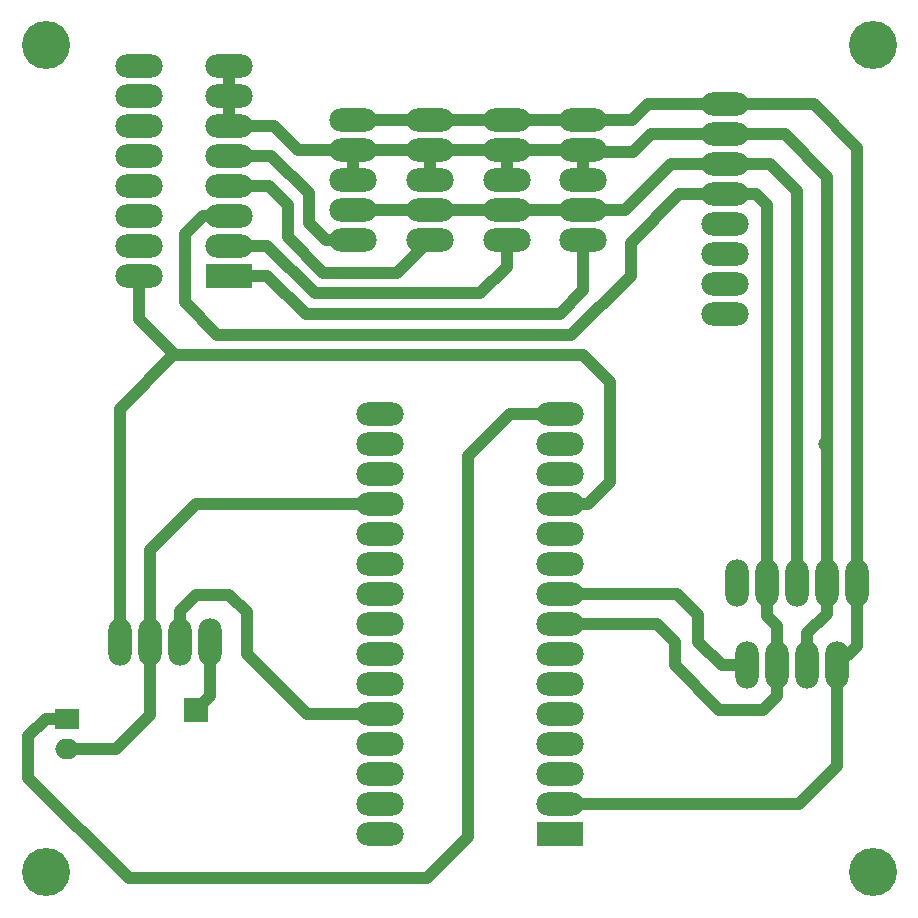
<source format=gbr>
G04 #@! TF.FileFunction,Copper,L2,Bot,Signal*
%FSLAX46Y46*%
G04 Gerber Fmt 4.6, Leading zero omitted, Abs format (unit mm)*
G04 Created by KiCad (PCBNEW 4.0.6-e0-6349~53~ubuntu14.04.1) date Wed May 10 06:37:38 2017*
%MOMM*%
%LPD*%
G01*
G04 APERTURE LIST*
%ADD10C,0.100000*%
%ADD11R,2.000000X2.000000*%
%ADD12R,2.000000X1.700000*%
%ADD13O,2.000000X1.700000*%
%ADD14O,2.000000X4.000000*%
%ADD15O,4.000000X2.000000*%
%ADD16R,4.000000X2.000000*%
%ADD17C,4.064000*%
%ADD18C,1.200000*%
%ADD19C,1.000000*%
%ADD20C,0.750000*%
G04 APERTURE END LIST*
D10*
D11*
X139250000Y-108750000D03*
D12*
X128250000Y-109500000D03*
D13*
X128250000Y-112040000D03*
D14*
X185000000Y-98000000D03*
X187540000Y-98000000D03*
X190080000Y-98000000D03*
X192620000Y-98000000D03*
X195160000Y-98000000D03*
D15*
X184000000Y-57500000D03*
X184000000Y-60040000D03*
X184000000Y-62580000D03*
X184000000Y-65120000D03*
X184000000Y-67660000D03*
X184000000Y-70200000D03*
X184000000Y-72740000D03*
X184000000Y-75280000D03*
X152500000Y-69000000D03*
X152500000Y-66460000D03*
X152500000Y-63920000D03*
X152500000Y-61380000D03*
X152500000Y-58840000D03*
X159000000Y-69000000D03*
X159000000Y-66460000D03*
X159000000Y-63920000D03*
X159000000Y-61380000D03*
X159000000Y-58840000D03*
X165500000Y-69000000D03*
X165500000Y-66460000D03*
X165500000Y-63920000D03*
X165500000Y-61380000D03*
X165500000Y-58840000D03*
X172000000Y-69000000D03*
X172000000Y-66460000D03*
X172000000Y-63920000D03*
X172000000Y-61380000D03*
X172000000Y-58840000D03*
D14*
X193500000Y-105000000D03*
X190960000Y-105000000D03*
X188420000Y-105000000D03*
X185880000Y-105000000D03*
X132750000Y-103000000D03*
X135290000Y-103000000D03*
X137830000Y-103000000D03*
X140370000Y-103000000D03*
D16*
X170000000Y-119250000D03*
D15*
X170000000Y-116710000D03*
X170000000Y-114170000D03*
X170000000Y-111630000D03*
X170000000Y-109090000D03*
X170000000Y-106550000D03*
X170000000Y-104010000D03*
X170000000Y-101470000D03*
X170000000Y-98930000D03*
X170000000Y-96390000D03*
X170000000Y-93850000D03*
X170000000Y-91310000D03*
X170000000Y-88770000D03*
X170000000Y-86230000D03*
X170000000Y-83690000D03*
X154760000Y-83690000D03*
X154760000Y-86230000D03*
X154760000Y-88770000D03*
X154760000Y-91310000D03*
X154760000Y-93850000D03*
X154760000Y-96390000D03*
X154760000Y-98930000D03*
X154760000Y-101470000D03*
X154760000Y-104010000D03*
X154760000Y-106550000D03*
X154760000Y-109090000D03*
X154760000Y-111630000D03*
X154760000Y-114170000D03*
X154760000Y-116710000D03*
X154760000Y-119250000D03*
D16*
X142000000Y-72000000D03*
D15*
X134380000Y-54220000D03*
X142000000Y-69460000D03*
X134380000Y-56760000D03*
X142000000Y-66920000D03*
X134380000Y-59300000D03*
X142000000Y-64380000D03*
X134380000Y-61840000D03*
X142000000Y-61840000D03*
X134380000Y-64380000D03*
X142000000Y-59300000D03*
X134380000Y-66920000D03*
X142000000Y-56760000D03*
X134380000Y-69460000D03*
X142000000Y-54220000D03*
X134380000Y-72000000D03*
D17*
X196500000Y-122500000D03*
X196500000Y-52500000D03*
X126500000Y-52500000D03*
X126500000Y-122500000D03*
D18*
X192500000Y-86250000D03*
D19*
X170000000Y-83690000D02*
X165810000Y-83690000D01*
X126500000Y-109500000D02*
X128250000Y-109500000D01*
X125000000Y-111000000D02*
X126500000Y-109500000D01*
X125000000Y-114500000D02*
X125000000Y-111000000D01*
X133500000Y-123000000D02*
X125000000Y-114500000D01*
X158750000Y-123000000D02*
X133500000Y-123000000D01*
X162250000Y-119500000D02*
X158750000Y-123000000D01*
X162250000Y-87250000D02*
X162250000Y-119500000D01*
X165810000Y-83690000D02*
X162250000Y-87250000D01*
X192500000Y-86250000D02*
X192620000Y-86250000D01*
X192620000Y-86250000D02*
X192500000Y-86250000D01*
X192500000Y-86250000D02*
X192620000Y-86250000D01*
X128250000Y-112040000D02*
X132460000Y-112040000D01*
X135290000Y-109210000D02*
X135290000Y-103000000D01*
X132460000Y-112040000D02*
X135290000Y-109210000D01*
X135290000Y-103000000D02*
X135290000Y-95210000D01*
X139190000Y-91310000D02*
X154760000Y-91310000D01*
X135290000Y-95210000D02*
X139190000Y-91310000D01*
X192620000Y-98000000D02*
X192620000Y-100630000D01*
X190960000Y-102290000D02*
X190960000Y-105000000D01*
X192620000Y-100630000D02*
X190960000Y-102290000D01*
X184000000Y-60040000D02*
X189040000Y-60040000D01*
X192620000Y-63620000D02*
X192620000Y-86250000D01*
X192620000Y-86250000D02*
X192620000Y-98000000D01*
X189040000Y-60040000D02*
X192620000Y-63620000D01*
X152500000Y-61380000D02*
X152500000Y-63920000D01*
X159000000Y-61380000D02*
X159000000Y-63920000D01*
X165500000Y-61380000D02*
X165500000Y-63920000D01*
X172000000Y-61380000D02*
X172000000Y-63920000D01*
X152500000Y-61380000D02*
X159000000Y-61380000D01*
X159000000Y-61380000D02*
X165500000Y-61380000D01*
X165500000Y-61380000D02*
X172000000Y-61380000D01*
X172000000Y-61380000D02*
X172120000Y-61500000D01*
X172120000Y-61500000D02*
X176250000Y-61500000D01*
X176250000Y-61500000D02*
X177710000Y-60040000D01*
X177710000Y-60040000D02*
X184000000Y-60040000D01*
X142000000Y-59300000D02*
X145800000Y-59300000D01*
X147880000Y-61380000D02*
X152500000Y-61380000D01*
X145800000Y-59300000D02*
X147880000Y-61380000D01*
X142000000Y-59300000D02*
X142000000Y-56760000D01*
X142000000Y-56760000D02*
X142000000Y-54220000D01*
X170000000Y-101470000D02*
X178220000Y-101470000D01*
X188420000Y-107580000D02*
X188420000Y-105000000D01*
X187250000Y-108750000D02*
X188420000Y-107580000D01*
X183500000Y-108750000D02*
X187250000Y-108750000D01*
X179750000Y-105000000D02*
X183500000Y-108750000D01*
X179750000Y-103000000D02*
X179750000Y-105000000D01*
X178220000Y-101470000D02*
X179750000Y-103000000D01*
X187540000Y-98000000D02*
X187540000Y-100790000D01*
X188420000Y-101670000D02*
X188420000Y-105000000D01*
X187540000Y-100790000D02*
X188420000Y-101670000D01*
X187540000Y-98000000D02*
X187540000Y-66040000D01*
X186620000Y-65120000D02*
X184000000Y-65120000D01*
X187540000Y-66040000D02*
X186620000Y-65120000D01*
X184000000Y-65120000D02*
X180130000Y-65120000D01*
X139830000Y-66920000D02*
X142000000Y-66920000D01*
X138250000Y-68500000D02*
X139830000Y-66920000D01*
X138250000Y-74250000D02*
X138250000Y-68500000D01*
X141000000Y-77000000D02*
X138250000Y-74250000D01*
X171000000Y-77000000D02*
X141000000Y-77000000D01*
X176000000Y-72000000D02*
X171000000Y-77000000D01*
X176000000Y-69250000D02*
X176000000Y-72000000D01*
X180130000Y-65120000D02*
X176000000Y-69250000D01*
X185880000Y-105000000D02*
X183750000Y-105000000D01*
X179930000Y-98930000D02*
X170000000Y-98930000D01*
X181750000Y-100750000D02*
X179930000Y-98930000D01*
X181750000Y-103000000D02*
X181750000Y-100750000D01*
X183750000Y-105000000D02*
X181750000Y-103000000D01*
X190080000Y-98000000D02*
X190080000Y-64830000D01*
X187830000Y-62580000D02*
X184000000Y-62580000D01*
X190080000Y-64830000D02*
X187830000Y-62580000D01*
X159000000Y-66460000D02*
X152500000Y-66460000D01*
X165500000Y-66460000D02*
X159000000Y-66460000D01*
X175540000Y-66460000D02*
X165500000Y-66460000D01*
X179420000Y-62580000D02*
X175540000Y-66460000D01*
X184000000Y-62580000D02*
X179420000Y-62580000D01*
X170000000Y-116710000D02*
X190290000Y-116710000D01*
X193500000Y-113500000D02*
X193500000Y-105000000D01*
X190290000Y-116710000D02*
X193500000Y-113500000D01*
X195160000Y-98000000D02*
X195160000Y-103340000D01*
X195160000Y-103340000D02*
X193500000Y-105000000D01*
X184000000Y-57500000D02*
X191500000Y-57500000D01*
X195160000Y-61160000D02*
X195160000Y-98000000D01*
X191500000Y-57500000D02*
X195160000Y-61160000D01*
X184000000Y-57500000D02*
X177500000Y-57500000D01*
X176160000Y-58840000D02*
X165500000Y-58840000D01*
X177500000Y-57500000D02*
X176160000Y-58840000D01*
X165500000Y-58840000D02*
X159000000Y-58840000D01*
X159000000Y-58840000D02*
X152500000Y-58840000D01*
X132750000Y-103000000D02*
X132750000Y-83250000D01*
X132750000Y-83250000D02*
X137375000Y-78625000D01*
X170000000Y-91310000D02*
X172440000Y-91310000D01*
X134380000Y-75630000D02*
X134380000Y-72000000D01*
X137500000Y-78750000D02*
X137375000Y-78625000D01*
X137375000Y-78625000D02*
X134380000Y-75630000D01*
X172000000Y-78750000D02*
X137500000Y-78750000D01*
X174250000Y-81000000D02*
X172000000Y-78750000D01*
X174250000Y-89500000D02*
X174250000Y-81000000D01*
X172440000Y-91310000D02*
X174250000Y-89500000D01*
X154760000Y-109090000D02*
X148590000Y-109090000D01*
X137830000Y-100420000D02*
X137830000Y-103000000D01*
X139250000Y-99000000D02*
X137830000Y-100420000D01*
X142000000Y-99000000D02*
X139250000Y-99000000D01*
X143500000Y-100500000D02*
X142000000Y-99000000D01*
X143500000Y-104000000D02*
X143500000Y-100500000D01*
X148590000Y-109090000D02*
X143500000Y-104000000D01*
X140370000Y-103000000D02*
X140370000Y-107630000D01*
X140370000Y-107630000D02*
X139250000Y-108750000D01*
D20*
X140500000Y-103130000D02*
X140370000Y-103000000D01*
X140500000Y-103130000D02*
X140370000Y-103000000D01*
X140500000Y-103130000D02*
X140370000Y-103000000D01*
D19*
X142000000Y-61840000D02*
X145590000Y-61840000D01*
X150250000Y-69000000D02*
X152500000Y-69000000D01*
X148750000Y-67500000D02*
X150250000Y-69000000D01*
X148750000Y-65000000D02*
X148750000Y-67500000D01*
X145590000Y-61840000D02*
X148750000Y-65000000D01*
X142000000Y-64380000D02*
X145380000Y-64380000D01*
X156250000Y-71750000D02*
X159000000Y-69000000D01*
X150000000Y-71750000D02*
X156250000Y-71750000D01*
X147000000Y-68750000D02*
X150000000Y-71750000D01*
X147000000Y-66000000D02*
X147000000Y-68750000D01*
X145380000Y-64380000D02*
X147000000Y-66000000D01*
X142000000Y-69460000D02*
X145210000Y-69460000D01*
X165500000Y-71250000D02*
X165500000Y-69000000D01*
X163250000Y-73500000D02*
X165500000Y-71250000D01*
X149250000Y-73500000D02*
X163250000Y-73500000D01*
X145210000Y-69460000D02*
X149250000Y-73500000D01*
X142000000Y-72000000D02*
X145250000Y-72000000D01*
X172000000Y-73250000D02*
X172000000Y-69000000D01*
X170000000Y-75250000D02*
X172000000Y-73250000D01*
X148500000Y-75250000D02*
X170000000Y-75250000D01*
X145250000Y-72000000D02*
X148500000Y-75250000D01*
M02*

</source>
